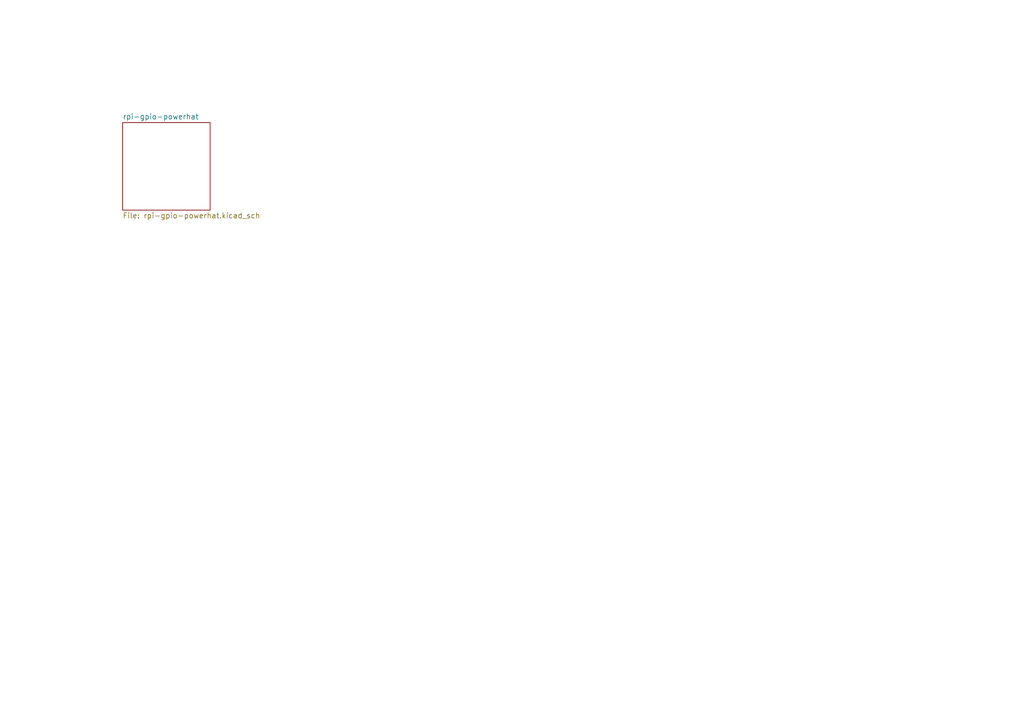
<source format=kicad_sch>
(kicad_sch (version 20230121) (generator eeschema)
  (paper "A4")
  (lib_symbols)
  (sheet (at 35.56 35.56) (size 25.4 25.4)
    (property "Sheetname" "rpi-gpio-powerhat" (at 35.56 34.7214 0) (effects (font (size 1.524 1.524)) (justify left bottom)))
    (property "Sheetfile" "rpi-gpio-powerhat.kicad_sch" (at 35.56 61.6462 0) (effects (font (size 1.524 1.524)) (justify left top)))
  )
)
</source>
